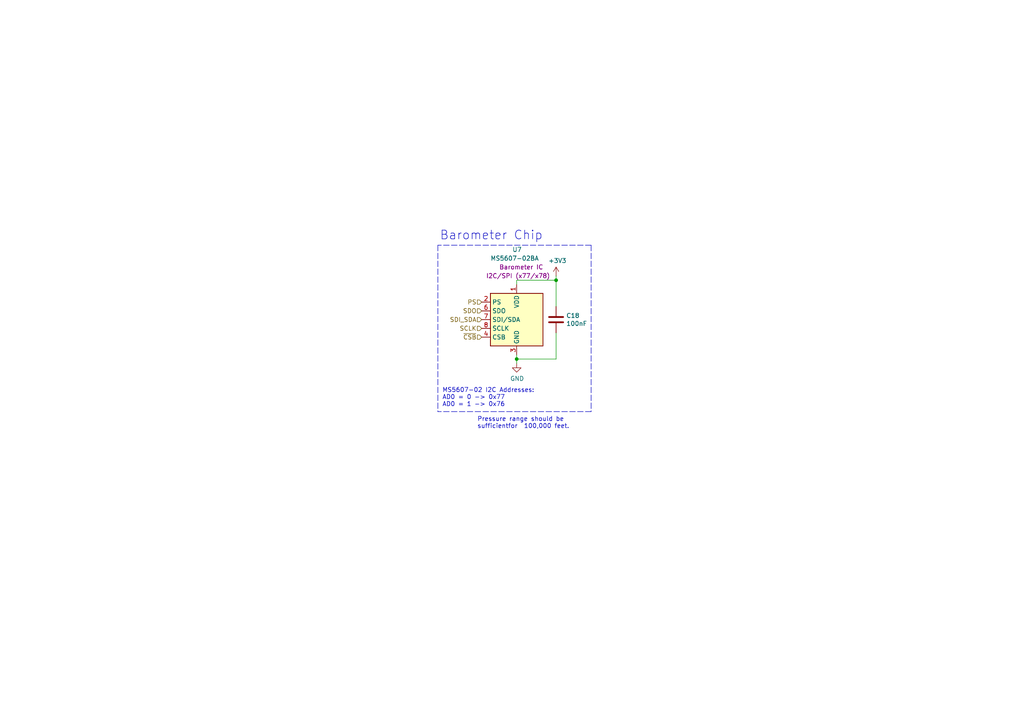
<source format=kicad_sch>
(kicad_sch (version 20211123) (generator eeschema)
  (paper "A4")
  (title_block (title "MS5607-02BA Barometer Chip") (date "2021-12-06") (rev "v1.0.4") (company "Missouri S&T Rocket Design Team '21 (Thomas Francois)") (comment 1 "https://github.com/MSTRocketDesignTeam/Avionics-Data-Collection-PCB") (comment 2 "Intended as initial pre-production design") (comment 3 "Schematic depicting logical connections between components"))
  (lib_symbols
    (symbol "Data_Collection_KiCAD_Project-rescue:+3.3V-power-Data_Collection_KiCAD_Project-rescue" (power) (pin_names (offset 0))
      (property "Value" "Data_Collection_KiCAD_Project-rescue_+3.3V-power-Data_Collection_KiCAD_Project-rescue" (at 0 3.556 0))
      (symbol "+3.3V-power-Data_Collection_KiCAD_Project-rescue_0_1"
        (polyline (pts (xy -0.762 1.27) (xy 0 2.54)))
        (polyline (pts (xy 0 0) (xy 0 2.54)))
        (polyline (pts (xy 0 2.54) (xy 0.762 1.27)))
      )
      (symbol "+3.3V-power-Data_Collection_KiCAD_Project-rescue_1_1"
        (pin power_in line (at 0 0 90) (length 0) hide (name "+3V3") (number "1"))
      )
    )
    (symbol "Data_Collection_KiCAD_Project-rescue:C-Device-Data_Collection_KiCAD_Project-rescue" (pin_numbers hide) (pin_names (offset 0.254))
      (property "Reference" "C" (at 0.635 2.54 0))
      (property "Value" "Data_Collection_KiCAD_Project-rescue_C-Device-Data_Collection_KiCAD_Project-rescue" (at 0.635 -2.54 0))
      (symbol "C-Device-Data_Collection_KiCAD_Project-rescue_0_1"
        (polyline (pts (xy -2.032 -0.762) (xy 2.032 -0.762)) (stroke (width 0.508)))
        (polyline (pts (xy -2.032 0.762) (xy 2.032 0.762)) (stroke (width 0.508)))
      )
      (symbol "C-Device-Data_Collection_KiCAD_Project-rescue_1_1"
        (pin passive line (at 0 3.81 270) (length 2.794) (name "~") (number "1"))
        (pin passive line (at 0 -3.81 90) (length 2.794) (name "~") (number "2"))
      )
    )
    (symbol "Data_Collection_KiCAD_Project-rescue:GND-power-Data_Collection_KiCAD_Project-rescue" (power) (pin_names (offset 0))
      (property "Value" "Data_Collection_KiCAD_Project-rescue_GND-power-Data_Collection_KiCAD_Project-rescue" (at 0 -3.81 0))
      (symbol "GND-power-Data_Collection_KiCAD_Project-rescue_0_1"
        (polyline (pts (xy 0 0) (xy 0 -1.27) (xy 1.27 -1.27) (xy 0 -2.54) (xy -1.27 -1.27) (xy 0 -1.27)))
      )
      (symbol "GND-power-Data_Collection_KiCAD_Project-rescue_1_1"
        (pin power_in line (at 0 0 270) (length 0) hide (name "GND") (number "1"))
      )
    )
    (symbol "Data_Collection_KiCAD_Project-rescue:MS5607-02BA-Sensor_Pressure-Data_Collection_KiCAD_Project-rescue"
      (property "Reference" "U" (at -6.35 8.89 0))
      (property "Value" "Data_Collection_KiCAD_Project-rescue_MS5607-02BA-Sensor_Pressure-Data_Collection_KiCAD_Project-rescue" (at 7.62 8.89 0))
      (symbol "MS5607-02BA-Sensor_Pressure-Data_Collection_KiCAD_Project-rescue_0_1"
        (rectangle (start -7.62 7.62) (end 7.62 -7.62) (stroke (width 0.254)) (fill (type background)))
      )
      (symbol "MS5607-02BA-Sensor_Pressure-Data_Collection_KiCAD_Project-rescue_1_1"
        (pin power_in line (at 0 10.16 270) (length 2.54) (name "VDD") (number "1"))
        (pin input line (at -10.16 5.08 0) (length 2.54) (name "PS") (number "2"))
        (pin power_in line (at 0 -10.16 90) (length 2.54) (name "GND") (number "3"))
        (pin input line (at -10.16 -5.08 0) (length 2.54) (name "CSB") (number "4"))
        (pin input line (at -10.16 -5.08 0) (length 2.54) hide (name "CSB") (number "5"))
        (pin output line (at -10.16 2.54 0) (length 2.54) (name "SDO") (number "6"))
        (pin bidirectional line (at -10.16 0 0) (length 2.54) (name "SDI/SDA") (number "7"))
        (pin input line (at -10.16 -2.54 0) (length 2.54) (name "SCLK") (number "8"))
      )
    )
  )
  (junction (at 161.29 81.28))
  (junction (at 149.86 104.14))
  (wire (pts (xy 149.86 81.28) (xy 161.29 81.28)))
  (wire (pts (xy 149.86 104.14) (xy 149.86 105.41)))
  (wire (pts (xy 161.29 81.28) (xy 161.29 80.01)))
  (wire (pts (xy 149.86 81.28) (xy 149.86 82.55)))
  (wire (pts (xy 161.29 81.28) (xy 161.29 88.9)))
  (polyline (pts (xy 127 71.12) (xy 127 119.38)))
  (polyline (pts (xy 171.45 71.12) (xy 127 71.12)))
  (polyline (pts (xy 171.45 71.12) (xy 171.45 119.38)))
  (polyline (pts (xy 171.45 119.38) (xy 127 119.38)))
  (wire (pts (xy 149.86 104.14) (xy 161.29 104.14)))
  (wire (pts (xy 149.86 102.87) (xy 149.86 104.14)))
  (wire (pts (xy 161.29 96.52) (xy 161.29 104.14)))
  (text "MS5607-02 I2C Addresses:\nAD0 = 0 -> 0x77\nAD0 = 1 -> 0x76" (at 128.27 118.11 0) (effects (font (size 1.27 1.27)) (justify left bottom)))
  (text "Barometer Chip" (at 157.48 69.85 180) (effects (font (size 2.54 2.54)) (justify right bottom)))
  (text "Pressure range should be \nsufficientfor ~{} 100,000 feet." (at 138.43 124.46 0) (effects (font (size 1.27 1.27)) (justify left bottom)))
  (hierarchical_label "SCLK" (shape input) (at 139.7 95.25 180))
  (hierarchical_label "SDO" (shape input) (at 139.7 90.17 180))
  (hierarchical_label "SDI_SDA" (shape input) (at 139.7 92.71 180))
  (hierarchical_label "PS" (shape input) (at 139.7 87.63 180))
  (hierarchical_label "~{CSB}" (shape input) (at 139.7 97.79 180))
  (symbol (lib_id "Data_Collection_KiCAD_Project-rescue:MS5607-02BA-Sensor_Pressure-Data_Collection_KiCAD_Project-rescue") (at 149.86 92.71 0)
    (property "Reference" "U7" (at 148.59 72.39 0) (effects (justify left)))
    (property "Value" "MS5607-02BA" (at 142.24 74.93 0) (effects (justify left)))
    (property "Footprint" "Package_LGA:LGA-8_3x5mm_P1.25mm" (effects hide))
    (property "Datasheet" "https://www.te.com/commerce/DocumentDelivery/DDEController?Action=showdoc&DocId=Data+Sheet%7FMS5607-02BA03%7FB2%7Fpdf%7FEnglish%7FENG_DS_MS5607-02BA03_B2.pdf%7FCAT-BLPS0035" (effects hide))
    (property "Description" "Barometer IC" (at 144.78 77.47 0) (effects (justify left)))
    (property "Serial Type" "I2C/SPI (x77/x78)" (at 140.97 80.01 0) (effects (justify left)))
  )
  (symbol (lib_id "Data_Collection_KiCAD_Project-rescue:+3.3V-power-Data_Collection_KiCAD_Project-rescue") (at 161.29 80.01 0)
    (property "Reference" "#PWR040" (effects hide))
    (property "Value" "+3.3V" (at 161.671 75.6158 0))
  )
  (symbol (lib_id "Data_Collection_KiCAD_Project-rescue:GND-power-Data_Collection_KiCAD_Project-rescue") (at 149.86 105.41 0)
    (property "Reference" "#PWR039" (effects hide))
    (property "Value" "GND" (at 149.987 109.8042 0))
  )
  (symbol (lib_id "Data_Collection_KiCAD_Project-rescue:C-Device-Data_Collection_KiCAD_Project-rescue") (at 161.29 92.71 0)
    (property "Reference" "C18" (at 164.211 91.5416 0) (effects (justify left)))
    (property "Value" "100nF" (at 164.211 93.853 0) (effects (justify left)))
    (property "Footprint" "Capacitor_SMD:C_0603_1608Metric_Pad1.08x0.95mm_HandSolder" (effects hide))
  )
)
</source>
